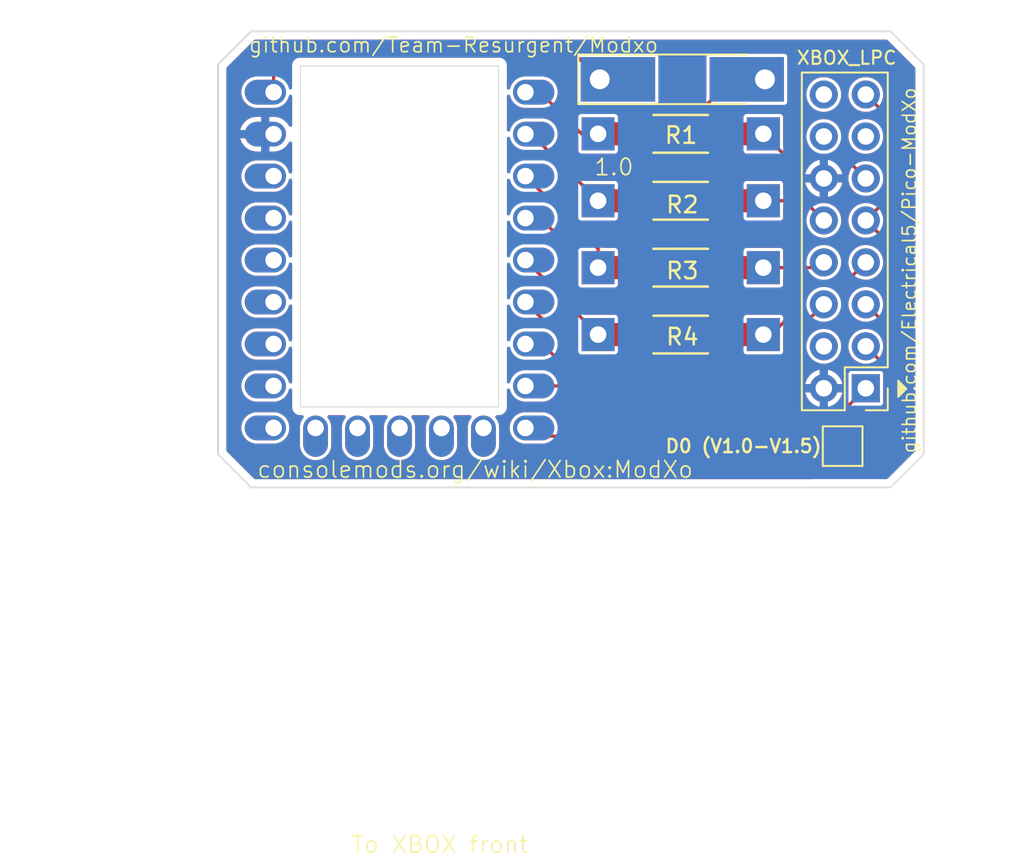
<source format=kicad_pcb>
(kicad_pcb (version 20240108) (generator "pcbnew") (generator_version "8.0")
  (title_block (title "Pico ModXo") (rev "1.0"))
  (layers (0 "F.Cu" signal) (31 "B.Cu" signal) (34 "B.Paste" user) (35 "F.Paste" user) (36 "B.SilkS" user "B.Silkscreen") (37 "F.SilkS" user "F.Silkscreen") (38 "B.Mask" user) (39 "F.Mask" user) (44 "Edge.Cuts" user))
  (net 0 "")
  (net 1 "Net-(D0-Pin_1)")
  (net 2 "Net-(D1-A)")
  (net 3 "Net-(U1-0)")
  (net 4 "Net-(U1-1)")
  (net 5 "LSDA")
  (net 6 "+3.3V")
  (net 7 "LSCL")
  (net 8 "GND")
  (net 9 "+5V")
  (net 10 "Net-(U1-2)")
  (net 11 "Net-(U1-3)")
  (net 12 "LAD0")
  (net 13 "LAD1")
  (net 14 "LAD2")
  (net 15 "LAD3")
  (net 16 "LRESET")
  (net 17 "LFRAME")
  (net 18 "LCLK")
  (footprint "Diode_SMD:D_MELF-RM10_Universal_Handsoldering" (layer "F.Cu") (at 164.8 45.3)
    (property "Reference" "D1" (hide yes))
    (property "Value" "RB551VM-30TE-17" (hide yes))
    (fp_line (start -6.3 -1.5) (end -6.3 1.5) (stroke (width 0.12)) (layer "F.SilkS"))
    (fp_line (start -6.3 1.5) (end 3.9 1.5) (stroke (width 0.12)) (layer "F.SilkS"))
    (fp_line (start 3.9 -1.5) (end -6.3 -1.5) (stroke (width 0.12)) (layer "F.SilkS"))
    (pad "1" thru_hole rect (at -5 0) (size 4.5 2.7) (drill 1.19888 (offset 1.1 0)) (layers "*.Cu" "*.Mask") (net 9 "+5V"))
    (pad "2" thru_hole rect (at 5 0 180) (size 4.5 2.7) (drill 1.19888 (offset 1.1 0)) (layers "*.Cu" "*.Mask") (net 2 "Net-(D1-A)"))
  )
  (footprint "xbox_lpc:xbox_lpc" (layer "F.Cu") (at 175.86 64.03)
    (property "Reference" "J1" (hide yes))
    (property "Value" "XBOX_LPC" (at -1.11 -20.03 0) (layer "F.SilkS") (effects (font (size 0.8 0.8) (thickness 0.125))))
    (fp_line (start -3.83 -19.14) (end 1.37 -19.14) (stroke (width 0.12)) (layer "F.SilkS"))
    (fp_line (start -3.83 1.3) (end -3.83 -19.14) (stroke (width 0.12)) (layer "F.SilkS"))
    (fp_line (start -3.83 1.3) (end -1.23 1.3) (stroke (width 0.12)) (layer "F.SilkS"))
    (fp_line (start -1.23 -1.3) (end 1.37 -1.3) (stroke (width 0.12)) (layer "F.SilkS"))
    (fp_line (start -1.23 1.3) (end -1.23 -1.3) (stroke (width 0.12)) (layer "F.SilkS"))
    (fp_line (start 0.04 1.3) (end 1.37 1.3) (stroke (width 0.12)) (layer "F.SilkS"))
    (fp_line (start 1.37 -1.3) (end 1.37 -19.14) (stroke (width 0.12)) (layer "F.SilkS"))
    (fp_line (start 1.37 1.3) (end 1.37 -0.03) (stroke (width 0.12)) (layer "F.SilkS"))
    (fp_poly (pts (xy 2 -0.5) (xy 2 0.5) (xy 2.5 0)) (stroke (width 0.1)) (fill solid) (layer "F.SilkS"))
    (pad "1" thru_hole rect (at 0.04 -0.03) (size 1.7 1.7) (drill 1) (layers "*.Cu" "*.Mask") (net 18 "LCLK"))
    (pad "2" thru_hole oval (at -2.5 -0.03) (size 1.7 1.7) (drill 1) (layers "*.Cu" "*.Mask") (net 8 "GND"))
    (pad "3" thru_hole oval (at 0.04 -2.57) (size 1.7 1.7) (drill 1) (layers "*.Cu" "*.Mask") (net 17 "LFRAME"))
    (pad "4" thru_hole oval (at -2.5 -2.57) (size 1.7 1.7) (drill 1) (layers "*.Cu" "*.Mask"))
    (pad "5" thru_hole oval (at 0.04 -5.11) (size 1.7 1.7) (drill 1) (layers "*.Cu" "*.Mask") (net 16 "LRESET"))
    (pad "6" thru_hole oval (at -2.5 -5.11) (size 1.7 1.7) (drill 1) (layers "*.Cu" "*.Mask") (net 2 "Net-(D1-A)"))
    (pad "7" thru_hole oval (at 0.04 -7.65) (size 1.7 1.7) (drill 1) (layers "*.Cu" "*.Mask") (net 15 "LAD3"))
    (pad "8" thru_hole oval (at -2.5 -7.65) (size 1.7 1.7) (drill 1) (layers "*.Cu" "*.Mask") (net 14 "LAD2"))
    (pad "9" thru_hole oval (at 0.04 -10.19) (size 1.7 1.7) (drill 1) (layers "*.Cu" "*.Mask") (net 6 "+3.3V"))
    (pad "10" thru_hole oval (at -2.5 -10.19) (size 1.7 1.7) (drill 1) (layers "*.Cu" "*.Mask") (net 13 "LAD1"))
    (pad "11" thru_hole oval (at 0.04 -12.73) (size 1.7 1.7) (drill 1) (layers "*.Cu" "*.Mask") (net 12 "LAD0"))
    (pad "12" thru_hole oval (at -2.5 -12.73) (size 1.7 1.7) (drill 1) (layers "*.Cu" "*.Mask") (net 8 "GND"))
    (pad "13" thru_hole oval (at 0.04 -15.27) (size 1.7 1.7) (drill 1) (layers "*.Cu" "*.Mask") (net 7 "LSCL"))
    (pad "14" thru_hole oval (at -2.5 -15.27) (size 1.7 1.7) (drill 1) (layers "*.Cu" "*.Mask") (net 5 "LSDA"))
    (pad "15" thru_hole oval (at 0.04 -17.81) (size 1.7 1.7) (drill 1) (layers "*.Cu" "*.Mask") (net 6 "+3.3V"))
    (pad "16" thru_hole oval (at -2.5 -17.81) (size 1.7 1.7) (drill 1) (layers "*.Cu" "*.Mask"))
  )
  (footprint "Resistors_Universal:Resistor_SMD+THTuniversal_1206_RM10_HandSoldering" (layer "F.Cu") (at 164.69874 48.6)
    (property "Reference" "R1" (at 0.02 0.09 0) (layer "F.SilkS"))
    (property "Value" "100Ω" (hide yes))
    (fp_line (start 0 -1.143) (end -1.651 -1.143) (stroke (width 0.15)) (layer "F.SilkS"))
    (fp_line (start 0 -1.143) (end 1.651 -1.143) (stroke (width 0.15)) (layer "F.SilkS"))
    (fp_line (start 1.651 1.143) (end -1.651 1.143) (stroke (width 0.15)) (layer "F.SilkS"))
    (pad "1" thru_hole rect (at -5.00126 0) (size 1.99898 1.99898) (drill 1.00076) (layers "*.Cu" "*.Mask") (net 3 "Net-(U1-0)"))
    (pad "1" smd rect (at -2.60096 0) (size 2.99974 1.39954) (layers "F.Cu" "F.Paste" "F.Mask") (net 3 "Net-(U1-0)"))
    (pad "2" smd rect (at 2.60096 0) (size 2.99974 1.39954) (layers "F.Cu" "F.Paste" "F.Mask") (net 12 "LAD0"))
    (pad "2" thru_hole rect (at 5.00126 0) (size 1.99898 1.99898) (drill 1.00076) (layers "*.Cu" "*.Mask") (net 12 "LAD0"))
  )
  (footprint "Resistors_Universal:Resistor_SMD+THTuniversal_1206_RM10_HandSoldering" (layer "F.Cu") (at 164.69874 56.7)
    (property "Reference" "R3" (at 0.09906 0.19 0) (layer "F.SilkS"))
    (property "Value" "100Ω" (hide yes))
    (fp_line (start 0 -1.143) (end -1.651 -1.143) (stroke (width 0.15)) (layer "F.SilkS"))
    (fp_line (start 0 -1.143) (end 1.651 -1.143) (stroke (width 0.15)) (layer "F.SilkS"))
    (fp_line (start 1.651 1.143) (end -1.651 1.143) (stroke (width 0.15)) (layer "F.SilkS"))
    (pad "1" thru_hole rect (at -5.00126 0) (size 1.99898 1.99898) (drill 1.00076) (layers "*.Cu" "*.Mask") (net 10 "Net-(U1-2)"))
    (pad "1" smd rect (at -2.60096 0) (size 2.99974 1.39954) (layers "F.Cu" "F.Paste" "F.Mask") (net 10 "Net-(U1-2)"))
    (pad "2" smd rect (at 2.60096 0) (size 2.99974 1.39954) (layers "F.Cu" "F.Paste" "F.Mask") (net 14 "LAD2"))
    (pad "2" thru_hole rect (at 5.00126 0) (size 1.99898 1.99898) (drill 1.00076) (layers "*.Cu" "*.Mask") (net 14 "LAD2"))
  )
  (footprint "Resistors_Universal:Resistor_SMD+THTuniversal_1206_RM10_HandSoldering" (layer "F.Cu") (at 164.69874 52.65)
    (property "Reference" "R2" (at 0.09906 0.24 0) (layer "F.SilkS"))
    (property "Value" "100Ω" (hide yes))
    (fp_line (start 0 -1.143) (end -1.651 -1.143) (stroke (width 0.15)) (layer "F.SilkS"))
    (fp_line (start 0 -1.143) (end 1.651 -1.143) (stroke (width 0.15)) (layer "F.SilkS"))
    (fp_line (start 1.651 1.143) (end -1.651 1.143) (stroke (width 0.15)) (layer "F.SilkS"))
    (pad "1" thru_hole rect (at -5.00126 0) (size 1.99898 1.99898) (drill 1.00076) (layers "*.Cu" "*.Mask") (net 4 "Net-(U1-1)"))
    (pad "1" smd rect (at -2.60096 0) (size 2.99974 1.39954) (layers "F.Cu" "F.Paste" "F.Mask") (net 4 "Net-(U1-1)"))
    (pad "2" smd rect (at 2.60096 0) (size 2.99974 1.39954) (layers "F.Cu" "F.Paste" "F.Mask") (net 13 "LAD1"))
    (pad "2" thru_hole rect (at 5.00126 0) (size 1.99898 1.99898) (drill 1.00076) (layers "*.Cu" "*.Mask") (net 13 "LAD1"))
  )
  (footprint "RP2040-Zero:rp2040-zero-tht" (layer "F.Cu") (at 147.68 56.24)
    (property "Reference" "U1" (hide yes))
    (property "Value" "rp2040-zero" (hide yes))
    (fp_rect (start -6 -11.75) (end 6 8.89) (stroke (width 0.05)) (fill none) (layer "Edge.Cuts"))
    (pad "1" thru_hole oval (at 7.62 -10.16 180) (size 2.5 1.5) (drill 1 (offset -0.5 0)) (layers "*.Cu" "*.Mask") (net 3 "Net-(U1-0)"))
    (pad "2" thru_hole oval (at 7.62 -7.62 180) (size 2.5 1.5) (drill 1 (offset -0.5 0)) (layers "*.Cu" "*.Mask") (net 4 "Net-(U1-1)"))
    (pad "3" thru_hole oval (at 7.62 -5.08 180) (size 2.5 1.5) (drill 1 (offset -0.5 0)) (layers "*.Cu" "*.Mask") (net 10 "Net-(U1-2)"))
    (pad "4" thru_hole oval (at 7.62 -2.54 180) (size 2.5 1.5) (drill 1 (offset -0.5 0)) (layers "*.Cu" "*.Mask") (net 11 "Net-(U1-3)"))
    (pad "5" thru_hole oval (at 7.62 0 180) (size 2.5 1.5) (drill 1 (offset -0.5 0)) (layers "*.Cu" "*.Mask") (net 18 "LCLK"))
    (pad "6" thru_hole oval (at 7.62 2.54 180) (size 2.5 1.5) (drill 1 (offset -0.5 0)) (layers "*.Cu" "*.Mask") (net 17 "LFRAME"))
    (pad "7" thru_hole oval (at 7.62 5.08 180) (size 2.5 1.5) (drill 1 (offset -0.5 0)) (layers "*.Cu" "*.Mask") (net 1 "Net-(D0-Pin_1)"))
    (pad "8" thru_hole oval (at 7.62 7.62 180) (size 2.5 1.5) (drill 1 (offset -0.5 0)) (layers "*.Cu" "*.Mask") (net 16 "LRESET"))
    (pad "9" thru_hole oval (at 7.62 10.16 180) (size 2.5 1.5) (drill 1 (offset -0.5 0)) (layers "*.Cu" "*.Mask") (net 6 "+3.3V"))
    (pad "10" thru_hole oval (at 5.08 10.16 90) (size 2.5 1.5) (drill 1 (offset -0.5 0)) (layers "*.Cu" "*.Mask"))
    (pad "11" thru_hole oval (at 2.54 10.16 90) (size 2.5 1.5) (drill 1 (offset -0.5 0)) (layers "*.Cu" "*.Mask"))
    (pad "12" thru_hole oval (at 0 10.16 90) (size 2.5 1.5) (drill 1 (offset -0.5 0)) (layers "*.Cu" "*.Mask"))
    (pad "13" thru_hole oval (at -2.54 10.16 90) (size 2.5 1.5) (drill 1 (offset -0.5 0)) (layers "*.Cu" "*.Mask"))
    (pad "14" thru_hole oval (at -5.08 10.16 90) (size 2.5 1.5) (drill 1 (offset -0.5 0)) (layers "*.Cu" "*.Mask"))
    (pad "15" thru_hole oval (at -7.62 10.16) (size 2.5 1.5) (drill 1 (offset -0.5 0)) (layers "*.Cu" "*.Mask"))
    (pad "16" thru_hole oval (at -7.62 7.62) (size 2.5 1.5) (drill 1 (offset -0.5 0)) (layers "*.Cu" "*.Mask"))
    (pad "17" thru_hole oval (at -7.62 5.08) (size 2.5 1.5) (drill 1 (offset -0.5 0)) (layers "*.Cu" "*.Mask"))
    (pad "18" thru_hole oval (at -7.62 2.54) (size 2.5 1.5) (drill 1 (offset -0.5 0)) (layers "*.Cu" "*.Mask"))
    (pad "19" thru_hole oval (at -7.62 0) (size 2.5 1.5) (drill 1 (offset -0.5 0)) (layers "*.Cu" "*.Mask"))
    (pad "20" thru_hole oval (at -7.62 -2.54) (size 2.5 1.5) (drill 1 (offset -0.5 0)) (layers "*.Cu" "*.Mask"))
    (pad "21" thru_hole oval (at -7.62 -5.08) (size 2.5 1.5) (drill 1 (offset -0.5 0)) (layers "*.Cu" "*.Mask"))
    (pad "22" thru_hole oval (at -7.62 -7.62) (size 2.5 1.5) (drill 1 (offset -0.5 0)) (layers "*.Cu" "*.Mask") (net 8 "GND"))
    (pad "23" thru_hole oval (at -7.62 -10.16) (size 2.5 1.5) (drill 1 (offset -0.5 0)) (layers "*.Cu" "*.Mask") (net 9 "+5V"))
  )
  (footprint "Resistors_Universal:Resistor_SMD+THTuniversal_1206_RM10_HandSoldering" (layer "F.Cu") (at 164.69874 60.75)
    (property "Reference" "R4" (at 0.09906 0.14 0) (layer "F.SilkS"))
    (property "Value" "100Ω" (hide yes))
    (fp_line (start 0 -1.143) (end -1.651 -1.143) (stroke (width 0.15)) (layer "F.SilkS"))
    (fp_line (start 0 -1.143) (end 1.651 -1.143) (stroke (width 0.15)) (layer "F.SilkS"))
    (fp_line (start 1.651 1.143) (end -1.651 1.143) (stroke (width 0.15)) (layer "F.SilkS"))
    (pad "1" thru_hole rect (at -5.00126 0) (size 1.99898 1.99898) (drill 1.00076) (layers "*.Cu" "*.Mask") (net 11 "Net-(U1-3)"))
    (pad "1" smd rect (at -2.60096 0) (size 2.99974 1.39954) (layers "F.Cu" "F.Paste" "F.Mask") (net 11 "Net-(U1-3)"))
    (pad "2" smd rect (at 2.60096 0) (size 2.99974 1.39954) (layers "F.Cu" "F.Paste" "F.Mask") (net 15 "LAD3"))
    (pad "2" thru_hole rect (at 5.00126 0) (size 1.99898 1.99898) (drill 1.00076) (layers "*.Cu" "*.Mask") (net 15 "LAD3"))
  )
  (footprint "TestPoint:TestPoint_Pad_2.0x2.0mm" (layer "F.Cu") (at 174.5 67.5)
    (property "Reference" "D0" (hide yes))
    (property "Value" "D0 (V1.0-V1.5)" (at -6 0 0) (layer "F.SilkS") (effects (font (size 0.8 0.8))))
    (fp_line (start -1.2 -1.2) (end 1.2 -1.2) (stroke (width 0.12)) (layer "F.SilkS"))
    (fp_line (start -1.2 1.2) (end -1.2 -1.2) (stroke (width 0.12)) (layer "F.SilkS"))
    (fp_line (start 1.2 -1.2) (end 1.2 1.2) (stroke (width 0.12)) (layer "F.SilkS"))
    (fp_line (start 1.2 1.2) (end -1.2 1.2) (stroke (width 0.12)) (layer "F.SilkS"))
    (pad "1" smd rect (at 0 0) (size 2 2) (layers "F.Cu" "F.Mask") (net 1 "Net-(D0-Pin_1)"))
  )
  (gr_line (start 179.4 68) (end 179.4 44.4) (stroke (width 0.1)) (layer "Edge.Cuts"))
  (gr_line (start 177.4 70) (end 179.4 68) (stroke (width 0.1)) (layer "Edge.Cuts"))
  (gr_line (start 136.7 68) (end 136.7 44.4) (stroke (width 0.1)) (layer "Edge.Cuts"))
  (gr_line (start 138.7 70) (end 177.4 70) (stroke (width 0.1)) (layer "Edge.Cuts"))
  (gr_line (start 138.7 42.4) (end 177.4 42.4) (stroke (width 0.1)) (layer "Edge.Cuts"))
  (gr_line (start 136.7 44.4) (end 138.7 42.4) (stroke (width 0.1)) (layer "Edge.Cuts"))
  (gr_line (start 138.7 70) (end 136.7 68) (stroke (width 0.1)) (layer "Edge.Cuts"))
  (gr_line (start 179.4 44.4) (end 177.4 42.4) (stroke (width 0.1)) (layer "Edge.Cuts"))
  (gr_text "To XBOX front" (at 144.7 92.2 0) (layer "F.SilkS") (effects (font (size 1 1) (thickness 0.1)) (justify left bottom)))
  (gr_text "consolemods.org/wiki/Xbox:ModXo" (at 139 69.5 0) (layer "F.SilkS") (effects (font (size 1 1) (thickness 0.1)) (justify left bottom)))
  (gr_text "github.com/Electrical5/Pico-ModXo" (at 179 68 90) (layer "F.SilkS") (effects (font (size 0.8 0.8) (thickness 0.1)) (justify left bottom)))
  (gr_text "${REVISION}" (at 159.4 51.2 0) (layer "F.SilkS") (effects (font (size 1 1) (thickness 0.1)) (justify left bottom)))
  (gr_text "github.com/Team-Resurgent/Modxo" (at 138.5 43.75 0) (layer "F.SilkS") (effects (font (size 0.9 0.9) (thickness 0.1)) (justify left bottom)))
  (segment (start 156.32 61.32) (end 161 66) (width 0.2) (layer "F.Cu") (net 1))
  (segment (start 155.3 61.32) (end 156.32 61.32) (width 0.2) (layer "F.Cu") (net 1))
  (segment (start 173 66) (end 174.5 67.5) (width 0.2) (layer "F.Cu") (net 1))
  (segment (start 161 66) (end 173 66) (width 0.2) (layer "F.Cu") (net 1))
  (segment (start 170.99949 60.50051) (end 171.43 60.07) (width 0.2) (layer "F.Cu") (net 2))
  (segment (start 170.99949 62.04949) (end 170.99949 60.50051) (width 0.2) (layer "F.Cu") (net 2))
  (segment (start 169.8 45.3) (end 167.80006 45.3) (width 0.2) (layer "F.Cu") (net 2))
  (segment (start 167.80006 45.3) (end 164.5 48.60006) (width 0.2) (layer "F.Cu") (net 2))
  (segment (start 164.5 48.60006) (end 164.5 60.74994) (width 0.2) (layer "F.Cu") (net 2))
  (segment (start 171.43 60.07) (end 172.21 60.07) (width 0.2) (layer "F.Cu") (net 2))
  (segment (start 164.5 60.74994) (end 165.79955 62.04949) (width 0.2) (layer "F.Cu") (net 2))
  (segment (start 165.79955 62.04949) (end 170.99949 62.04949) (width 0.2) (layer "F.Cu") (net 2))
  (segment (start 172.21 60.07) (end 173.36 58.92) (width 0.2) (layer "F.Cu") (net 2))
  (segment (start 156.18 46.08) (end 158.7 48.6) (width 0.2) (layer "F.Cu") (net 3))
  (segment (start 155.3 46.08) (end 156.18 46.08) (width 0.2) (layer "F.Cu") (net 3))
  (segment (start 158.7 48.6) (end 159.69748 48.6) (width 0.2) (layer "F.Cu") (net 3))
  (segment (start 155.3 48.62) (end 155.66748 48.62) (width 0.2) (layer "F.Cu") (net 4))
  (segment (start 155.66748 48.62) (end 159.69748 52.65) (width 0.2) (layer "F.Cu") (net 4))
  (segment (start 177.9 67.965686) (end 177.9 55.84) (width 0.2) (layer "F.Cu") (net 6))
  (segment (start 177.05 47.37) (end 175.9 46.22) (width 0.2) (layer "F.Cu") (net 6))
  (segment (start 177.05 52.69) (end 177.05 47.37) (width 0.2) (layer "F.Cu") (net 6))
  (segment (start 175.9 53.84) (end 177.05 52.69) (width 0.2) (layer "F.Cu") (net 6))
  (segment (start 177.9 55.84) (end 175.9 53.84) (width 0.2) (layer "F.Cu") (net 6))
  (segment (start 155.8 66.9) (end 170.734314 66.9) (width 0.2) (layer "F.Cu") (net 6))
  (segment (start 176.665686 69.2) (end 177.9 67.965686) (width 0.2) (layer "F.Cu") (net 6))
  (segment (start 170.734314 66.9) (end 173.034314 69.2) (width 0.2) (layer "F.Cu") (net 6))
  (segment (start 173.034314 69.2) (end 176.665686 69.2) (width 0.2) (layer "F.Cu") (net 6))
  (segment (start 155.3 66.4) (end 155.8 66.9) (width 0.2) (layer "F.Cu") (net 6))
  (segment (start 158.39 43.89) (end 140.86 43.89) (width 0.2) (layer "F.Cu") (net 9))
  (segment (start 140.06 44.69) (end 140.06 46.08) (width 0.2) (layer "F.Cu") (net 9))
  (segment (start 159.8 45.3) (end 158.39 43.89) (width 0.2) (layer "F.Cu") (net 9))
  (segment (start 140.86 43.89) (end 140.06 44.69) (width 0.2) (layer "F.Cu") (net 9))
  (segment (start 155.3 51.16) (end 159.69748 55.55748) (width 0.2) (layer "F.Cu") (net 10))
  (segment (start 159.69748 55.55748) (end 159.69748 56.7) (width 0.2) (layer "F.Cu") (net 10))
  (segment (start 156.2 53.7) (end 158.39799 55.89799) (width 0.2) (layer "F.Cu") (net 11))
  (segment (start 158.39799 55.89799) (end 158.39799 59.45051) (width 0.2) (layer "F.Cu") (net 11))
  (segment (start 158.39799 59.45051) (end 159.69748 60.75) (width 0.2) (layer "F.Cu") (net 11))
  (segment (start 155.3 53.7) (end 156.2 53.7) (width 0.2) (layer "F.Cu") (net 11))
  (segment (start 174.51 49.91) (end 175.9 51.3) (width 0.2) (layer "F.Cu") (net 12))
  (segment (start 169.7 48.6) (end 171.01 49.91) (width 0.2) (layer "F.Cu") (net 12))
  (segment (start 171.01 49.91) (end 174.51 49.91) (width 0.2) (layer "F.Cu") (net 12))
  (segment (start 172.17 52.65) (end 173.36 53.84) (width 0.2) (layer "F.Cu") (net 13))
  (segment (start 169.7 52.65) (end 172.17 52.65) (width 0.2) (layer "F.Cu") (net 13))
  (segment (start 173.04 56.7) (end 173.36 56.38) (width 0.2) (layer "F.Cu") (net 14))
  (segment (start 169.7 56.7) (end 173.04 56.7) (width 0.2) (layer "F.Cu") (net 14))
  (segment (start 170.59949 60.75) (end 170.59949 60.334824) (width 0.2) (layer "F.Cu") (net 15))
  (segment (start 171.264314 59.67) (end 172.044314 59.67) (width 0.2) (layer "F.Cu") (net 15))
  (segment (start 174.51 57.77) (end 175.9 56.38) (width 0.2) (layer "F.Cu") (net 15))
  (segment (start 172.044314 59.67) (end 172.044314 58.60934) (width 0.2) (layer "F.Cu") (net 15))
  (segment (start 172.044314 58.60934) (end 172.883654 57.77) (width 0.2) (layer "F.Cu") (net 15))
  (segment (start 169.7 60.75) (end 170.59949 60.75) (width 0.2) (layer "F.Cu") (net 15))
  (segment (start 170.59949 60.334824) (end 171.264314 59.67) (width 0.2) (layer "F.Cu") (net 15))
  (segment (start 172.883654 57.77) (end 174.51 57.77) (width 0.2) (layer "F.Cu") (net 15))
  (segment (start 170.9 66.5) (end 173.2 68.8) (width 0.2) (layer "F.Cu") (net 16))
  (segment (start 155.3 63.86) (end 158.294314 63.86) (width 0.2) (layer "F.Cu") (net 16))
  (segment (start 160.934314 66.5) (end 170.9 66.5) (width 0.2) (layer "F.Cu") (net 16))
  (segment (start 177.5 67.8) (end 177.5 60.52) (width 0.2) (layer "F.Cu") (net 16))
  (segment (start 173.2 68.8) (end 176.5 68.8) (width 0.2) (layer "F.Cu") (net 16))
  (segment (start 176.5 68.8) (end 177.5 67.8) (width 0.2) (layer "F.Cu") (net 16))
  (segment (start 177.5 60.52) (end 175.9 58.92) (width 0.2) (layer "F.Cu") (net 16))
  (segment (start 158.294314 63.86) (end 160.934314 66.5) (width 0.2) (layer "F.Cu") (net 16))
  (segment (start 157.35 60.83) (end 157.35 61.754924) (width 0.2) (layer "F.Cu") (net 17))
  (segment (start 177.05 65.15) (end 177.05 62.61) (width 0.2) (layer "F.Cu") (net 17))
  (segment (start 161.195076 65.6) (end 176.6 65.6) (width 0.2) (layer "F.Cu") (net 17))
  (segment (start 157.35 61.754924) (end 161.195076 65.6) (width 0.2) (layer "F.Cu") (net 17))
  (segment (start 177.05 62.61) (end 175.9 61.46) (width 0.2) (layer "F.Cu") (net 17))
  (segment (start 155.3 58.78) (end 157.35 60.83) (width 0.2) (layer "F.Cu") (net 17))
  (segment (start 176.6 65.6) (end 177.05 65.15) (width 0.2) (layer "F.Cu") (net 17))
  (segment (start 157.99799 58.93799) (end 157.99799 61.64949) (width 0.2) (layer "F.Cu") (net 18))
  (segment (start 161.5485 65.2) (end 174.7 65.2) (width 0.2) (layer "F.Cu") (net 18))
  (segment (start 174.7 65.2) (end 175.9 64) (width 0.2) (layer "F.Cu") (net 18))
  (segment (start 157.99799 61.64949) (end 161.5485 65.2) (width 0.2) (layer "F.Cu") (net 18))
  (segment (start 155.3 56.24) (end 157.99799 58.93799) (width 0.2) (layer "F.Cu") (net 18))
  (zone (net 8) (net_name "GND") (layers "F&B.Cu") (connect_pads (clearance 0.1)) (min_thickness 0.2) (fill yes (thermal_gap 0.3) (thermal_bridge_width 0.5))
    (polygon (pts (xy 123.5 40.5) (xy 123.5 81) (xy 185.5 81) (xy 185.5 40.5)))
  )
)
</source>
